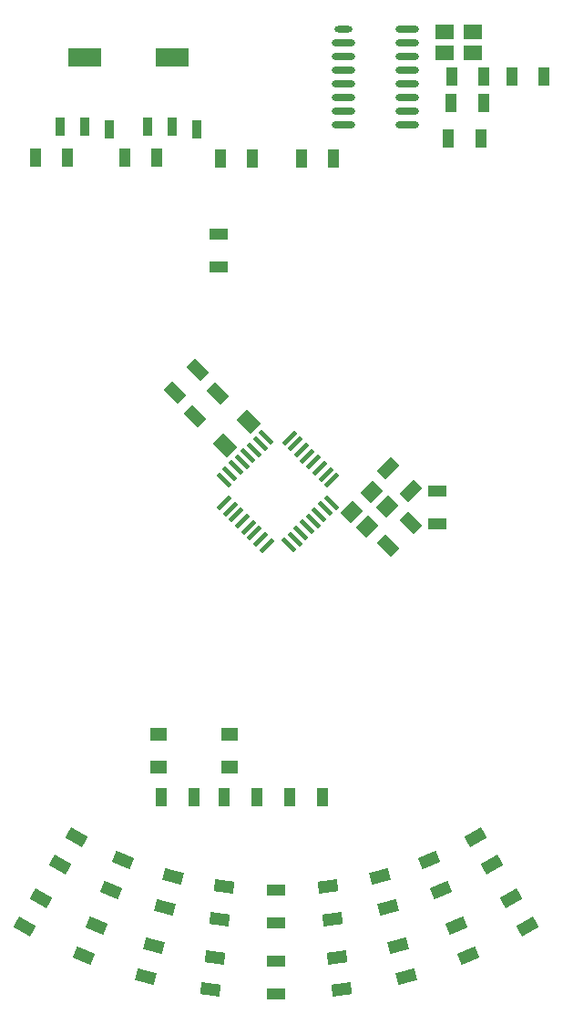
<source format=gtp>
G04*
G04 #@! TF.GenerationSoftware,Altium Limited,Altium Designer,24.2.2 (26)*
G04*
G04 Layer_Color=8421504*
%FSLAX44Y44*%
%MOMM*%
G71*
G04*
G04 #@! TF.SameCoordinates,14A9DA51-42A2-44A4-A91A-1E31E54FDAF6*
G04*
G04*
G04 #@! TF.FilePolarity,Positive*
G04*
G01*
G75*
%ADD20R,1.8034X1.1176*%
G04:AMPARAMS|DCode=21|XSize=1.1176mm|YSize=1.8034mm|CornerRadius=0mm|HoleSize=0mm|Usage=FLASHONLY|Rotation=60.000|XOffset=0mm|YOffset=0mm|HoleType=Round|Shape=Rectangle|*
%AMROTATEDRECTD21*
4,1,4,0.5015,-0.9348,-1.0603,-0.0331,-0.5015,0.9348,1.0603,0.0331,0.5015,-0.9348,0.0*
%
%ADD21ROTATEDRECTD21*%

%ADD22R,1.1176X1.8034*%
%ADD23R,3.0988X1.7000*%
%ADD24R,0.8382X1.7000*%
G04:AMPARAMS|DCode=25|XSize=1.3716mm|YSize=1.8542mm|CornerRadius=0mm|HoleSize=0mm|Usage=FLASHONLY|Rotation=225.000|XOffset=0mm|YOffset=0mm|HoleType=Round|Shape=Rectangle|*
%AMROTATEDRECTD25*
4,1,4,-0.1706,1.1405,1.1405,-0.1706,0.1706,-1.1405,-1.1405,0.1706,-0.1706,1.1405,0.0*
%
%ADD25ROTATEDRECTD25*%

G04:AMPARAMS|DCode=26|XSize=1.1176mm|YSize=1.8034mm|CornerRadius=0mm|HoleSize=0mm|Usage=FLASHONLY|Rotation=45.000|XOffset=0mm|YOffset=0mm|HoleType=Round|Shape=Rectangle|*
%AMROTATEDRECTD26*
4,1,4,0.2425,-1.0327,-1.0327,0.2425,-0.2425,1.0327,1.0327,-0.2425,0.2425,-1.0327,0.0*
%
%ADD26ROTATEDRECTD26*%

%ADD27O,2.2000X0.6096*%
%ADD28O,1.6510X0.6096*%
%ADD29R,1.6510X1.4000*%
%ADD30R,1.8000X1.4000*%
G04:AMPARAMS|DCode=31|XSize=0.381mm|YSize=1.65mm|CornerRadius=0mm|HoleSize=0mm|Usage=FLASHONLY|Rotation=45.000|XOffset=0mm|YOffset=0mm|HoleType=Round|Shape=Rectangle|*
%AMROTATEDRECTD31*
4,1,4,0.4487,-0.7181,-0.7181,0.4487,-0.4487,0.7181,0.7181,-0.4487,0.4487,-0.7181,0.0*
%
%ADD31ROTATEDRECTD31*%

G04:AMPARAMS|DCode=32|XSize=0.381mm|YSize=1.65mm|CornerRadius=0mm|HoleSize=0mm|Usage=FLASHONLY|Rotation=315.000|XOffset=0mm|YOffset=0mm|HoleType=Round|Shape=Rectangle|*
%AMROTATEDRECTD32*
4,1,4,-0.7181,-0.4487,0.4487,0.7181,0.7181,0.4487,-0.4487,-0.7181,-0.7181,-0.4487,0.0*
%
%ADD32ROTATEDRECTD32*%

G04:AMPARAMS|DCode=33|XSize=1.4mm|YSize=1.651mm|CornerRadius=0mm|HoleSize=0mm|Usage=FLASHONLY|Rotation=135.000|XOffset=0mm|YOffset=0mm|HoleType=Round|Shape=Rectangle|*
%AMROTATEDRECTD33*
4,1,4,1.0787,0.0887,-0.0887,-1.0787,-1.0787,-0.0887,0.0887,1.0787,1.0787,0.0887,0.0*
%
%ADD33ROTATEDRECTD33*%

G04:AMPARAMS|DCode=34|XSize=1.1176mm|YSize=1.8034mm|CornerRadius=0mm|HoleSize=0mm|Usage=FLASHONLY|Rotation=135.000|XOffset=0mm|YOffset=0mm|HoleType=Round|Shape=Rectangle|*
%AMROTATEDRECTD34*
4,1,4,1.0327,0.2425,-0.2425,-1.0327,-1.0327,-0.2425,0.2425,1.0327,1.0327,0.2425,0.0*
%
%ADD34ROTATEDRECTD34*%

G04:AMPARAMS|DCode=35|XSize=1.1176mm|YSize=1.8034mm|CornerRadius=0mm|HoleSize=0mm|Usage=FLASHONLY|Rotation=120.000|XOffset=0mm|YOffset=0mm|HoleType=Round|Shape=Rectangle|*
%AMROTATEDRECTD35*
4,1,4,1.0603,-0.0331,-0.5015,-0.9348,-1.0603,0.0331,0.5015,0.9348,1.0603,-0.0331,0.0*
%
%ADD35ROTATEDRECTD35*%

G04:AMPARAMS|DCode=36|XSize=1.1176mm|YSize=1.8034mm|CornerRadius=0mm|HoleSize=0mm|Usage=FLASHONLY|Rotation=112.500|XOffset=0mm|YOffset=0mm|HoleType=Round|Shape=Rectangle|*
%AMROTATEDRECTD36*
4,1,4,1.0469,-0.1712,-0.6192,-0.8613,-1.0469,0.1712,0.6192,0.8613,1.0469,-0.1712,0.0*
%
%ADD36ROTATEDRECTD36*%

G04:AMPARAMS|DCode=37|XSize=1.1176mm|YSize=1.8034mm|CornerRadius=0mm|HoleSize=0mm|Usage=FLASHONLY|Rotation=105.000|XOffset=0mm|YOffset=0mm|HoleType=Round|Shape=Rectangle|*
%AMROTATEDRECTD37*
4,1,4,1.0156,-0.3064,-0.7264,-0.7731,-1.0156,0.3064,0.7264,0.7731,1.0156,-0.3064,0.0*
%
%ADD37ROTATEDRECTD37*%

G04:AMPARAMS|DCode=38|XSize=1.1176mm|YSize=1.8034mm|CornerRadius=0mm|HoleSize=0mm|Usage=FLASHONLY|Rotation=97.500|XOffset=0mm|YOffset=0mm|HoleType=Round|Shape=Rectangle|*
%AMROTATEDRECTD38*
4,1,4,0.9669,-0.4363,-0.8211,-0.6717,-0.9669,0.4363,0.8211,0.6717,0.9669,-0.4363,0.0*
%
%ADD38ROTATEDRECTD38*%

G04:AMPARAMS|DCode=39|XSize=1.1176mm|YSize=1.8034mm|CornerRadius=0mm|HoleSize=0mm|Usage=FLASHONLY|Rotation=82.500|XOffset=0mm|YOffset=0mm|HoleType=Round|Shape=Rectangle|*
%AMROTATEDRECTD39*
4,1,4,0.8211,-0.6717,-0.9669,-0.4363,-0.8211,0.6717,0.9669,0.4363,0.8211,-0.6717,0.0*
%
%ADD39ROTATEDRECTD39*%

G04:AMPARAMS|DCode=40|XSize=1.1176mm|YSize=1.8034mm|CornerRadius=0mm|HoleSize=0mm|Usage=FLASHONLY|Rotation=75.000|XOffset=0mm|YOffset=0mm|HoleType=Round|Shape=Rectangle|*
%AMROTATEDRECTD40*
4,1,4,0.7264,-0.7731,-1.0156,-0.3064,-0.7264,0.7731,1.0156,0.3064,0.7264,-0.7731,0.0*
%
%ADD40ROTATEDRECTD40*%

G04:AMPARAMS|DCode=41|XSize=1.1176mm|YSize=1.8034mm|CornerRadius=0mm|HoleSize=0mm|Usage=FLASHONLY|Rotation=67.500|XOffset=0mm|YOffset=0mm|HoleType=Round|Shape=Rectangle|*
%AMROTATEDRECTD41*
4,1,4,0.6192,-0.8613,-1.0469,-0.1712,-0.6192,0.8613,1.0469,0.1712,0.6192,-0.8613,0.0*
%
%ADD41ROTATEDRECTD41*%

%ADD42R,1.5000X1.2000*%
D20*
X441960Y691134D02*
D03*
Y721106D02*
D03*
X645160Y452374D02*
D03*
Y482346D02*
D03*
X495300Y15494D02*
D03*
X495300Y45466D02*
D03*
X495300Y111506D02*
D03*
Y81534D02*
D03*
D21*
X261747Y78074D02*
D03*
X276733Y104031D02*
D03*
X309753Y161223D02*
D03*
X294767Y135267D02*
D03*
D22*
X354330Y792226D02*
D03*
X384302D02*
D03*
X301244D02*
D03*
X271272D02*
D03*
X688340Y867410D02*
D03*
X658368D02*
D03*
X655574Y810260D02*
D03*
X685546D02*
D03*
X658114Y843280D02*
D03*
X688086D02*
D03*
X548640Y791464D02*
D03*
X518668D02*
D03*
X744220Y867410D02*
D03*
X714248D02*
D03*
X477266Y198120D02*
D03*
X447294D02*
D03*
X443484Y791464D02*
D03*
X473456D02*
D03*
X388874Y198120D02*
D03*
X418846D02*
D03*
X508254D02*
D03*
X538226D02*
D03*
D23*
X317500Y885940D02*
D03*
X398780D02*
D03*
D24*
X294386Y820940D02*
D03*
X317500D02*
D03*
X340614Y818440D02*
D03*
X375666Y820940D02*
D03*
X398780D02*
D03*
X421894Y818440D02*
D03*
D25*
X447424Y524894D02*
D03*
X469516Y546986D02*
D03*
D26*
X441376Y573409D02*
D03*
X420183Y552215D02*
D03*
X400883Y573603D02*
D03*
X422077Y594797D02*
D03*
X599003Y431363D02*
D03*
X620197Y452557D02*
D03*
D27*
X557784Y822960D02*
D03*
Y835660D02*
D03*
Y848360D02*
D03*
Y861060D02*
D03*
Y873760D02*
D03*
Y886460D02*
D03*
Y899160D02*
D03*
X617220Y911860D02*
D03*
Y899160D02*
D03*
Y886460D02*
D03*
Y873760D02*
D03*
Y861060D02*
D03*
Y848360D02*
D03*
Y835660D02*
D03*
Y822960D02*
D03*
D28*
X557784Y911860D02*
D03*
D29*
X651518Y909360D02*
D03*
Y889960D02*
D03*
X677918Y909360D02*
D03*
D30*
Y889960D02*
D03*
D31*
X507151Y432322D02*
D03*
X512719Y437890D02*
D03*
X518466Y443637D02*
D03*
X524034Y449205D02*
D03*
X529781Y454953D02*
D03*
X535349Y460520D02*
D03*
X541096Y466268D02*
D03*
X546664Y471835D02*
D03*
X486136Y532364D02*
D03*
X480568Y526796D02*
D03*
X474821Y521049D02*
D03*
X469253Y515481D02*
D03*
X463506Y509734D02*
D03*
X457938Y504166D02*
D03*
X452190Y498418D02*
D03*
X446623Y492851D02*
D03*
D32*
X547011Y492504D02*
D03*
X541443Y498072D02*
D03*
X535695Y503819D02*
D03*
X530128Y509387D02*
D03*
X524380Y515134D02*
D03*
X518813Y520702D02*
D03*
X513065Y526450D02*
D03*
X507497Y532017D02*
D03*
X446969Y471489D02*
D03*
X452537Y465921D02*
D03*
X458284Y460174D02*
D03*
X463852Y454606D02*
D03*
X469599Y448859D02*
D03*
X475167Y443291D02*
D03*
X480914Y437544D02*
D03*
X486482Y431976D02*
D03*
D33*
X598206Y468211D02*
D03*
X584488Y481929D02*
D03*
X579539Y449544D02*
D03*
X565821Y463262D02*
D03*
D34*
X599003Y503357D02*
D03*
X620197Y482163D02*
D03*
D35*
X728853Y78074D02*
D03*
X713867Y104031D02*
D03*
X695833Y135267D02*
D03*
X680847Y161223D02*
D03*
D36*
X662584Y78741D02*
D03*
X674054Y51050D02*
D03*
X648781Y112063D02*
D03*
X637312Y139754D02*
D03*
D37*
X608439Y60361D02*
D03*
X616196Y31410D02*
D03*
X591346Y124151D02*
D03*
X599104Y95200D02*
D03*
D38*
X556270Y19490D02*
D03*
X552357Y49206D02*
D03*
X543889Y114681D02*
D03*
X547802Y84965D02*
D03*
D39*
X434330Y19490D02*
D03*
X438243Y49206D02*
D03*
X446862Y114681D02*
D03*
X442950Y84965D02*
D03*
D40*
X382161Y60361D02*
D03*
X374404Y31410D02*
D03*
X391497Y95200D02*
D03*
X399254Y124151D02*
D03*
D41*
X316546Y51050D02*
D03*
X328016Y78741D02*
D03*
X353288Y139754D02*
D03*
X341819Y112063D02*
D03*
D42*
X452120Y226060D02*
D03*
X386120Y256060D02*
D03*
Y226060D02*
D03*
X452120Y256060D02*
D03*
M02*

</source>
